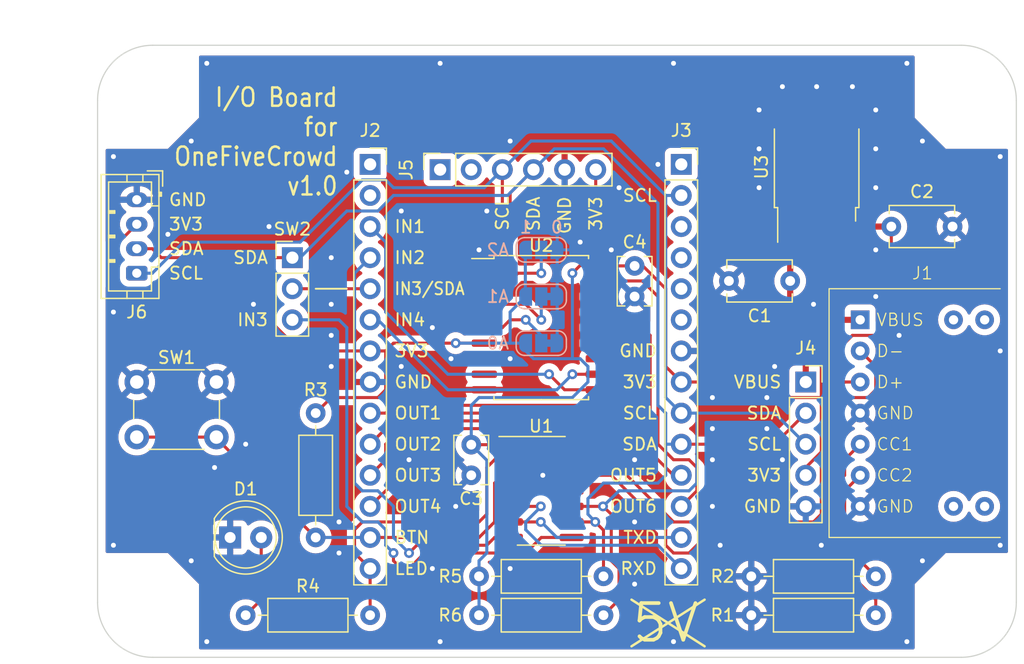
<source format=kicad_pcb>
(kicad_pcb (version 20221018) (generator pcbnew)
  (layers (0 "F.Cu" signal) (31 "B.Cu" signal) (34 "B.Paste" user) (35 "F.Paste" user) (36 "B.SilkS" user "B.Silkscreen") (37 "F.SilkS" user "F.Silkscreen") (38 "B.Mask" user) (39 "F.Mask" user) (44 "Edge.Cuts" user))
  (net 0 "")
  (net 1 "/VBUS")
  (net 2 "GND")
  (net 3 "+3V3")
  (net 4 "Net-(D1-A)")
  (net 5 "Net-(J1-D-)")
  (net 6 "Net-(J1-D+)")
  (net 7 "Net-(J1-CC1)")
  (net 8 "Net-(J1-CC2)")
  (net 11 "/IN1")
  (net 12 "/IN2")
  (net 13 "Net-(J2-Pin_5)")
  (net 14 "/IN4")
  (net 15 "/OUT1")
  (net 16 "/OUT2")
  (net 17 "/OUT3")
  (net 18 "/OUT4")
  (net 19 "/BTN")
  (net 20 "/LED")
  (net 22 "/SCL")
  (net 27 "/SDA")
  (net 28 "/OUT5")
  (net 29 "/OUT6")
  (net 30 "/TX")
  (net 31 "/RX")
  (net 34 "/IN3")
  (net 37 "/A0")
  (net 38 "/A1")
  (net 39 "/A2")
  (footprint "Capacitor_THT:C_Disc_D5.1mm_W3.2mm_P5.00mm" (layer "F.Cu") (at 169.545 48.26)
    (fp_text reference "C2")
    (fp_text value "2.2u")
  )
  (footprint "Button_Switch_THT:SW_PUSH_6mm_H5mm" (layer "F.Cu") (at 107.95 60.96)
    (fp_text reference "SW1")
    (fp_text value "SW_Push")
  )
  (footprint "Package_SO:SOIC-18W_7.5x11.6mm_P1.27mm" (layer "F.Cu") (at 140.97 56.515)
    (fp_text reference "U2")
    (fp_text value "MCP23008-xSO")
  )
  (footprint "Connector_PinSocket_2.54mm:PinSocket_1x06_P2.54mm_Vertical" (layer "F.Cu") (at 132.715 43.61 90)
    (fp_text reference "J5")
    (fp_text value "Conn_01x06")
  )
  (footprint "Connector_PinHeader_2.54mm:PinHeader_1x03_P2.54mm_Vertical" (layer "F.Cu") (at 120.65 50.8)
    (fp_text reference "SW2")
    (fp_text value "SW_SPDT")
  )
  (footprint "Connector_PinSocket_2.54mm:PinSocket_1x14_P2.54mm_Vertical" (layer "F.Cu") (at 152.4 43.18)
    (fp_text reference "J3")
    (fp_text value "Conn_01x14")
  )
  (footprint "Resistor_THT:R_Axial_DIN0207_L6.3mm_D2.5mm_P10.16mm_Horizontal" (layer "F.Cu") (at 135.89 80.01)
    (fp_text reference "R6")
    (fp_text value "10k")
  )
  (footprint "Package_SO:SOIC-14_3.9x8.7mm_P1.27mm" (layer "F.Cu") (at 140.97 69.85)
    (fp_text reference "U1")
    (fp_text value "MCP2221AxSL")
  )
  (footprint "MountingHole:MountingHole_3.2mm_M3" (layer "F.Cu") (at 109.25 78.95)
    (fp_text reference "H2" hide)
    (fp_text value "MountingHole")
  )
  (footprint "Resistor_THT:R_Axial_DIN0207_L6.3mm_D2.5mm_P10.16mm_Horizontal" (layer "F.Cu") (at 168.275 76.835 180)
    (fp_text reference "R2")
    (fp_text value "5.1k")
  )
  (footprint "Connector_JST:JST_PH_B4B-PH-K_1x04_P2.00mm_Vertical" (layer "F.Cu") (at 107.95 46.07 -90)
    (fp_text reference "J6")
    (fp_text value "Conn_01x04")
  )
  (footprint "Connector_PinSocket_2.54mm:PinSocket_1x05_P2.54mm_Vertical" (layer "F.Cu") (at 162.56 60.96)
    (fp_text reference "J4")
    (fp_text value "Conn_01x05")
  )
  (footprint "LED_THT:LED_D5.0mm" (layer "F.Cu") (at 115.57 73.66)
    (fp_text reference "D1")
    (fp_text value "LED")
  )
  (footprint "Resistor_THT:R_Axial_DIN0207_L6.3mm_D2.5mm_P10.16mm_Horizontal" (layer "F.Cu") (at 122.555 63.5 -90)
    (fp_text reference "R3")
    (fp_text value "1M")
  )
  (footprint "Resistor_THT:R_Axial_DIN0207_L6.3mm_D2.5mm_P10.16mm_Horizontal" (layer "F.Cu") (at 127 80.01 180)
    (fp_text reference "R4")
    (fp_text value "R_LED")
  )
  (footprint "MountingHole:MountingHole_3.2mm_M3" (layer "F.Cu") (at 175.25 78.95)
    (fp_text reference "H4" hide)
    (fp_text value "MountingHole")
  )
  (footprint "Package_TO_SOT_SMD:TO-252-2" (layer "F.Cu") (at 163.45 43.4 90)
    (fp_text reference "U3")
    (fp_text value "NJM2845DL1-33")
  )
  (footprint "MountingHole:MountingHole_3.2mm_M3" (layer "F.Cu") (at 109.25 37.95)
    (fp_text reference "H1" hide)
    (fp_text value "MountingHole")
  )
  (footprint "Resistor_THT:R_Axial_DIN0207_L6.3mm_D2.5mm_P10.16mm_Horizontal" (layer "F.Cu") (at 168.275 80.01 180)
    (fp_text reference "R1")
    (fp_text value "5.1k")
  )
  (footprint "Capacitor_THT:C_Disc_D3.8mm_W2.6mm_P2.50mm" (layer "F.Cu") (at 148.59 51.475 -90)
    (fp_text reference "C4")
    (fp_text value "0.1u")
  )
  (footprint "Capacitor_THT:C_Disc_D5.1mm_W3.2mm_P5.00mm" (layer "F.Cu") (at 161.29 52.705 180)
    (fp_text reference "C1")
    (fp_text value "0.33u")
  )
  (footprint "Capacitor_THT:C_Disc_D3.8mm_W2.6mm_P2.50mm" (layer "F.Cu") (at 135.255 66.08 -90)
    (fp_text reference "C3")
    (fp_text value "0.1u")
  )
  (footprint "Connector_PinSocket_2.54mm:PinSocket_1x14_P2.54mm_Vertical" (layer "F.Cu") (at 127 43.18)
    (fp_text reference "J2")
    (fp_text value "Conn_01x14")
  )
  (footprint "library:AE-USB2.0-TYPE-C" (layer "F.Cu") (at 172.085 63.5)
    (fp_text reference "J1")
    (fp_text value "~")
  )
  (footprint "Resistor_THT:R_Axial_DIN0207_L6.3mm_D2.5mm_P10.16mm_Horizontal" (layer "F.Cu") (at 135.89 76.835)
    (fp_text reference "R5")
    (fp_text value "10k")
  )
  (footprint "MountingHole:MountingHole_3.2mm_M3" (layer "F.Cu") (at 175.25 37.95)
    (fp_text reference "H3" hide)
    (fp_text value "MountingHole")
  )
  (footprint "Jumper:SolderJumper-3_P1.3mm_Bridged12_RoundedPad1.0x1.5mm_NumberLabels" (layer "B.Cu") (at 140.97 53.975 180)
    (fp_text reference "JP2" hide)
    (fp_text value "SolderJumper_3_Bridged12")
  )
  (footprint "Jumper:SolderJumper-3_P1.3mm_Bridged12_RoundedPad1.0x1.5mm_NumberLabels" (layer "B.Cu") (at 140.97 57.785 180)
    (fp_text reference "JP1" hide)
    (fp_text value "SolderJumper_3_Bridged12")
  )
  (footprint "Jumper:SolderJumper-3_P1.3mm_Bridged12_RoundedPad1.0x1.5mm_NumberLabels" (layer "B.Cu") (at 140.97 50.165 180)
    (fp_text reference "JP3" hide)
    (fp_text value "SolderJumper_3_Bridged12")
  )
  (gr_line (start 154.305 78.74) (end 148.336 82.55) (stroke (width 0.2)) (layer "F.SilkS"))
  (gr_line (start 148.336 78.74) (end 154.305 82.55) (stroke (width 0.2)) (layer "F.SilkS"))
  (gr_line (start 122.555 53.34) (end 125.095 53.34) (stroke (width 0.15)) (layer "F.SilkS"))
  (gr_arc (start 109.25 83.45) (mid 106.068019 82.131981) (end 104.75 78.95) (stroke (width 0.1)) (layer "Edge.Cuts"))
  (gr_line (start 109.25 33.45) (end 175.25 33.45) (stroke (width 0.1)) (layer "Edge.Cuts"))
  (gr_line (start 179.75 37.95) (end 179.75 78.95) (stroke (width 0.1)) (layer "Edge.Cuts"))
  (gr_line (start 104.75 78.95) (end 104.75 37.95) (stroke (width 0.1)) (layer "Edge.Cuts"))
  (gr_arc (start 179.75 78.95) (mid 178.431981 82.131981) (end 175.25 83.45) (stroke (width 0.1)) (layer "Edge.Cuts"))
  (gr_arc (start 175.25 33.450001) (mid 178.43198 34.76802) (end 179.75 37.95) (stroke (width 0.1)) (layer "Edge.Cuts"))
  (gr_line (start 175.25 83.45) (end 109.25 83.45) (stroke (width 0.1)) (layer "Edge.Cuts"))
  (gr_arc (start 104.75 37.95) (mid 106.068019 34.768019) (end 109.25 33.45) (stroke (width 0.1)) (layer "Edge.Cuts"))
  (gr_text "A0" (at 138.43 57.785) (layer "B.SilkS") (effects (font (size 1 1)) (justify left mirror)))
  (gr_text "A1" (at 138.43 53.975) (layer "B.SilkS") (effects (font (size 1 1)) (justify left mirror)))
  (gr_text "1" (at 139.7 48.895) (layer "B.SilkS") (effects (font (size 1 1)) (justify bottom mirror)))
  (gr_text "0" (at 142.24 48.895) (layer "B.SilkS") (effects (font (size 1 1)) (justify bottom mirror)))
  (gr_text "A2" (at 138.43 50.165) (layer "B.SilkS") (effects (font (size 1 1)) (justify left mirror)))
  (gr_text "3V3" (at 128.905 58.42) (layer "F.SilkS") (effects (font (size 1 1)) (justify left)))
  (gr_text "OUT4" (at 128.905 71.12) (layer "F.SilkS") (effects (font (size 1 1)) (justify left)))
  (gr_text "5V" (at 151.13 80.645) (layer "F.SilkS") (effects (font (size 3 3) (thickness 0.3))))
  (gr_text "IN3" (at 118.745 55.88) (layer "F.SilkS") (effects (font (size 1 1)) (justify right)))
  (gr_text "OUT3" (at 128.905 68.58) (layer "F.SilkS") (effects (font (size 1 1)) (justify left)))
  (gr_text "3V3" (at 145.415 45.72 90) (layer "F.SilkS") (effects (font (size 1 1)) (justify right)))
  (gr_text "3V3" (at 150.495 60.96) (layer "F.SilkS") (effects (font (size 1 1)) (justify right)))
  (gr_text "IN3/SDA" (at 128.905 53.34) (layer "F.SilkS") (effects (font (size 1 0.9)) (justify left)))
  (gr_text "GND" (at 110.49 46.07) (layer "F.SilkS") (effects (font (size 1 1)) (justify left)))
  (gr_text "SCL" (at 150.495 63.5) (layer "F.SilkS") (effects (font (size 1 1)) (justify right)))
  (gr_text "LED" (at 128.905 76.2) (layer "F.SilkS") (effects (font (size 1 1)) (justify left)))
  (gr_text "GND" (at 160.655 71.12) (layer "F.SilkS") (effects (font (size 1 1)) (justify right)))
  (gr_text "OUT5" (at 150.495 68.58) (layer "F.SilkS") (effects (font (size 1 1)) (justify right)))
  (gr_text "TXD" (at 150.495 73.66) (layer "F.SilkS") (effects (font (size 1 1)) (justify right)))
  (gr_text "SDA" (at 118.745 50.8) (layer "F.SilkS") (effects (font (size 1 1)) (justify right)))
  (gr_text "VBUS" (at 160.655 60.96) (layer "F.SilkS") (effects (font (size 1 1)) (justify right)))
  (gr_text "SCL" (at 160.655 66.04) (layer "F.SilkS") (effects (font (size 1 1)) (justify right)))
  (gr_text "SCL" (at 150.495 45.72) (layer "F.SilkS") (effects (font (size 1 1)) (justify right)))
  (gr_text "SDA" (at 140.335 45.72 90) (layer "F.SilkS") (effects (font (size 1 1)) (justify right)))
  (gr_text "I/O Board\nfor\nOneFiveCrowd\nv1.0" (at 124.46 36.83) (layer "F.SilkS") (effects (font (size 1.5 1.3) (thickness 0.2)) (justify right top)))
  (gr_text "SCL" (at 137.795 45.72 90) (layer "F.SilkS") (effects (font (size 1 1)) (justify right)))
  (gr_text "IN1" (at 128.905 48.26) (layer "F.SilkS") (effects (font (size 1 1)) (justify left)))
  (gr_text "SDA" (at 150.495 66.04) (layer "F.SilkS") (effects (font (size 1 1)) (justify right)))
  (gr_text "GND" (at 150.495 58.42) (layer "F.SilkS") (effects (font (size 1 1)) (justify right)))
  (gr_text "OUT2" (at 128.905 66.04) (layer "F.SilkS") (effects (font (size 1 1)) (justify left)))
  (gr_text "RXD" (at 150.495 76.2) (layer "F.SilkS") (effects (font (size 1 1)) (justify right)))
  (gr_text "OUT1" (at 128.905 63.5) (layer "F.SilkS") (effects (font (size 1 1)) (justify left)))
  (gr_text "GND" (at 142.875 45.72 90) (layer "F.SilkS") (effects (font (size 1 1)) (justify right)))
  (gr_text "SDA" (at 160.655 63.5) (layer "F.SilkS") (effects (font (size 1 1)) (justify right)))
  (gr_text "BTN" (at 128.905 73.66) (layer "F.SilkS") (effects (font (size 1 1)) (justify left)))
  (gr_text "IN4" (at 128.905 55.88) (layer "F.SilkS") (effects (font (size 1 1)) (justify left)))
  (gr_text "3V3" (at 160.655 68.58) (layer "F.SilkS") (effects (font (size 1 1)) (justify right)))
  (gr_text "IN2" (at 128.905 50.8) (layer "F.SilkS") (effects (font (size 1 1)) (justify left)))
  (gr_text "3V3" (at 110.49 48.07) (layer "F.SilkS") (effects (font (size 1 1)) (justify left)))
  (gr_text "GND" (at 128.905 60.96) (layer "F.SilkS") (effects (font (size 1 1)) (justify left)))
  (gr_text "OUT6" (at 150.495 71.12) (layer "F.SilkS") (effects (font (size 1 1)) (justify right)))
  (gr_text "SDA" (at 110.49 50.07) (layer "F.SilkS") (effects (font (size 1 1)) (justify left)))
  (gr_text "SCL" (at 110.49 52.07) (layer "F.SilkS") (effects (font (size 1 1)) (justify left)))
  (segment (start 162.56 55.88) (end 162.56 60.96) (width 0.5) (layer "F.Cu") (net 1))
  (segment (start 167.005 55.88) (end 162.56 55.88) (width 0.5) (layer "F.Cu") (net 1))
  (segment (start 162.56 55.88) (end 161.29 54.61) (width 0.5) (layer "F.Cu") (net 1))
  (segment (start 161.29 52.705) (end 161.29 48.56) (width 0.5) (layer "F.Cu") (net 1))
  (segment (start 161.29 54.61) (end 161.29 52.705) (width 0.5) (layer "F.Cu") (net 1))
  (segment (start 161.29 48.56) (end 161.17 48.44) (width 0.5) (layer "F.Cu") (net 1))
  (via (at 159.385 62.23) (size 0.8) (drill 0.4) (layers "F.Cu" "B.Cu") (net 2))
  (via (at 154.94 67.31) (size 0.8) (drill 0.4) (layers "F.Cu" "B.Cu") (net 2))
  (via (at 106.045 42.545) (size 0.8) (drill 0.4) (layers "F.Cu" "B.Cu") (net 2))
  (via (at 130.175 67.31) (size 0.8) (drill 0.4) (layers "F.Cu" "B.Cu") (net 2))
  (via (at 163.449 36.83) (size 0.8) (drill 0.4) (layers "F.Cu" "B.Cu") (net 2))
  (via (at 133.985 71.12) (size 0.8) (drill 0.4) (layers "F.Cu" "B.Cu") (net 2))
  (via (at 168.275 38.735) (size 0.8) (drill 0.4) (layers "F.Cu" "B.Cu") (net 2))
  (via (at 123.825 59.69) (size 0.8) (drill 0.4) (layers "F.Cu" "B.Cu") (net 2))
  (via (at 113.665 82.169) (size 0.8) (drill 0.4) (layers "F.Cu" "B.Cu") (net 2))
  (via (at 132.08 76.2) (size 0.8) (drill 0.4) (layers "F.Cu" "B.Cu") (net 2))
  (via (at 113.665 34.925) (size 0.8) (drill 0.4) (layers "F.Cu" "B.Cu") (net 2))
  (via (at 114.3 67.945) (size 0.8) (drill 0.4) (layers "F.Cu" "B.Cu") (net 2))
  (via (at 178.435 42.545) (size 0.8) (drill 0.4) (layers "F.Cu" "B.Cu") (net 2))
  (via (at 151.765 82.169) (size 0.8) (drill 0.4) (layers "F.Cu" "B.Cu") (net 2))
  (via (at 178.435 74.295) (size 0.8) (drill 0.4) (layers "F.Cu" "B.Cu") (net 2))
  (via (at 172.085 41.275) (size 0.8) (drill 0.4) (layers "F.Cu" "B.Cu") (net 2))
  (via (at 170.18 57.15) (size 0.8) (drill 0.4) (layers "F.Cu" "B.Cu") (net 2))
  (via (at 154.94 62.23) (size 0.8) (drill 0.4) (layers "F.Cu" "B.Cu") (net 2))
  (via (at 132.715 82.169) (size 0.8) (drill 0.4) (layers "F.Cu" "B.Cu") (net 2))
  (via (at 123.825 57.15) (size 0.8) (drill 0.4) (layers "F.Cu" "B.Cu") (net 2))
  (via (at 160.655 36.83) (size 0.8) (drill 0.4) (layers "F.Cu" "B.Cu") (net 2))
  (via (at 144.145 49.53) (size 0.8) (drill 0.4) (layers "F.Cu" "B.Cu") (net 2))
  (via (at 168.275 41.91) (size 0.8) (drill 0.4) (layers "F.Cu" "B.Cu") (net 2))
  (via (at 138.43 41.275) (size 0.8) (drill 0.4) (layers "F.Cu" "B.Cu") (net 2))
  (via (at 124.46 74.93) (size 0.8) (drill 0.4) (layers "F.Cu" "B.Cu") (net 2))
  (via (at 106.045 74.295) (size 0.8) (drill 0.4) (layers "F.Cu" "B.Cu") (net 2))
  (via (at 148.59 77.47) (size 0.8) (drill 0.4) (layers "F.Cu" "B.Cu") (net 2))
  (via (at 138.43 76.2) (size 0.8) (drill 0.4) (layers "F.Cu" "B.Cu") (net 2))
  (via (at 125.095 43.815) (size 0.8) (drill 0.4) (layers "F.Cu" "B.Cu") (net 2))
  (via (at 146.685 50.165) (size 0.8) (drill 0.4) (layers "F.Cu" "B.Cu") (net 2))
  (via (at 168.275 45.085) (size 0.8) (drill 0.4) (layers "F.Cu" "B.Cu") (net 2))
  (via (at 112.395 41.275) (size 0.8) (drill 0.4) (layers "F.Cu" "B.Cu") (net 2))
  (via (at 133.604 59.055) (size 0.8) (drill 0.4) (layers "F.Cu" "B.Cu") (net 2))
  (via (at 106.045 55.245) (size 0.8) (drill 0.4) (layers "F.Cu" "B.Cu") (net 2))
  (via (at 155.575 74.295) (size 0.8) (drill 0.4) (layers "F.Cu" "B.Cu") (net 2))
  (via (at 136.525 46.99) (size 0.8) (drill 0.4) (layers "F.Cu" "B.Cu") (net 2))
  (via (at 178.435 58.42) (size 0.8) (drill 0.4) (layers "F.Cu" "B.Cu") (net 2))
  (via (at 112.395 75.565) (size 0.8) (drill 0.4) (layers "F.Cu" "B.Cu") (net 2))
  (via (at 170.815 34.925) (size 0.8) (drill 0.4) (layers "F.Cu" "B.Cu") (net 2))
  (via (at 117.475 54.61) (size 0.8) (drill 0.4) (layers "F.Cu" "B.Cu") (net 2))
  (via (at 158.75 38.735) (size 0.8) (drill 0.4) (layers "F.Cu" "B.Cu") (net 2))
  (via (at 150.495 43.18) (size 0.8) (drill 0.4) (layers "F.Cu" "B.Cu") (net 2))
  (via (at 138.43 59.055) (size 0.8) (drill 0.4) (layers "F.Cu" "B.Cu") (net 2))
  (via (at 172.085 75.565) (size 0.8) (drill 0.4) (layers "F.Cu" "B.Cu") (net 2))
  (via (at 168.275 50.165) (size 0.8) (drill 0.4) (layers "F.Cu" "B.Cu") (net 2))
  (via (at 148.59 67.31) (size 0.8) (drill 0.4) (layers "F.Cu" "B.Cu") (net 2))
  (via (at 129.54 59.69) (size 0.8) (drill 0.4) (layers "F.Cu" "B.Cu") (net 2))
  (via (at 132.715 34.925) (size 0.8) (drill 0.4) (layers "F.Cu" "B.Cu") (net 2))
  (via (at 110.49 48.895) (size 0.8) (drill 0.4) (layers "F.Cu" "B.Cu") (net 2))
  (via (at 123.825 54.61) (size 0.8) (drill 0.4) (layers "F.Cu" "B.Cu") (net 2))
  (via (at 154.94 64.77) (size 0.8) (drill 0.4) (layers "F.Cu" "B.Cu") (net 2))
  (via (at 166.37 36.83) (size 0.8) (drill 0.4) (layers "F.Cu" "B.Cu") (net 2))
  (via (at 170.815 82.169) (size 0.8) (drill 0.4) (layers "F.Cu" "B.Cu") (net 2))
  (via (at 129.54 46.99) (size 0.8) (drill 0.4) (layers "F.Cu" "B.Cu") (net 2))
  (via (at 163.83 74.295) (size 0.8) (drill 0.4) (layers "F.Cu" "B.Cu") (net 2))
  (via (at 147.32 45.085) (size 0.8) (drill 0.4) (layers "F.Cu" "B.Cu") (net 2))
  (via (at 116.84 66.04) (size 0.8) (drill 0.4) (layers "F.Cu" "B.Cu") (net 2))
  (via (at 163.195 54.61) (size 0.8) (drill 0.4) (layers "F.Cu" "B.Cu") (net 2))
  (via (at 160.655 67.31) (size 0.8) (drill 0.4) (layers "F.Cu" "B.Cu") (net 2))
  (via (at 124.46 72.39) (size 0.8) (drill 0.4) (layers "F.Cu" "B.Cu") (net 2))
  (via (at 159.385 64.77) (size 0.8) (drill 0.4) (layers "F.Cu" "B.Cu") (net 2))
  (via (at 123.825 50.8) (size 0.8) (drill 0.4) (layers "F.Cu" "B.Cu") (net 2))
  (via (at 160.02 59.69) (size 0.8) (drill 0.4) (layers "F.Cu" "B.Cu") (net 2))
  (via (at 141.097 68.58) (size 0.8) (drill 0.4) (layers "F.Cu" "B.Cu") (net 2))
  (via (at 158.75 41.91) (size 0.8) (drill 0.4) (layers "F.Cu" "B.Cu") (net 2))
  (via (at 148.59 72.39) (size 0.8) (drill 0.4) (layers "F.Cu" "B.Cu") (net 2))
  (via (at 168.275 53.975) (size 0.8) (drill 0.4) (layers "F.Cu" "B.Cu") (net 2))
  (via (at 135.89 50.165) (size 0.8) (drill 0.4) (layers "F.Cu" "B.Cu") (net 2))
  (via (at 158.75 45.085) (size 0.8) (drill 0.4) (layers "F.Cu" "B.Cu") (net 2))
  (via (at 132.08 56.515) (size 0.8) (drill 0.4) (layers "F.Cu" "B.Cu") (net 2))
  (via (at 118.745 48.26) (size 0.8) (drill 0.4) (layers "F.Cu" "B.Cu") (net 2))
  (via (at 151.765 34.925) (size 0.8) (drill 0.4) (layers "F.Cu" "B.Cu") (net 2))
  (via (at 154.94 71.12) (size 0.8) (drill 0.4) (layers "F.Cu" "B.Cu") (net 2))
  (segment (start 142.27 50.165) (end 142.27 48.26) (width 0.25) (layer "B.Cu") (net 2))
  (segment (start 142.27 53.975) (end 142.27 50.165) (width 0.25) (layer "B.Cu") (net 2))
  (segment (start 142.27 57.785) (end 142.27 53.975) (width 0.25) (layer "B.Cu") (net 2))
  (segment (start 142.27 50.165) (end 143.51 50.165) (width 0.25) (layer "B.Cu") (net 2))
  (segment (start 139.954 69.85) (end 143.445 69.85) (width 0.25) (layer "F.Cu") (net 3))
  (segment (start 145.66 51.475) (end 148.59 51.475) (width 0.25) (layer "F.Cu") (net 3))
  (segment (start 151.13 59.69) (end 151.13 53.34) (width 0.25) (layer "F.Cu") (net 3))
  (segment (start 169.545 48.26) (end 165.91 48.26) (width 0.5) (layer "F.Cu") (net 3))
  (segment (start 144.145 51.435) (end 143.51 52.07) (width 0.25) (layer "F.Cu") (net 3))
  (segment (start 106.045 49.975) (end 107.95 48.07) (width 0.25) (layer "F.Cu") (net 3))
  (segment (start 162.56 67.945) (end 162.56 68.58) (width 0.25) (layer "F.Cu") (net 3))
  (segment (start 163.83 62.23) (end 163.83 59.69) (width 0.25) (layer "F.Cu") (net 3))
  (segment (start 168.275 57.15) (end 169.545 55.88) (width 0.25) (layer "F.Cu") (net 3))
  (segment (start 128.27 58.42) (end 127 58.42) (width 0.25) (layer "F.Cu") (net 3))
  (segment (start 163.83 62.23) (end 163.83 66.675) (width 0.25) (layer "F.Cu") (net 3))
  (segment (start 163.83 59.69) (end 166.37 57.15) (width 0.25) (layer "F.Cu") (net 3))
  (segment (start 128.27 58.42) (end 128.27 61.595) (width 0.25) (layer "F.Cu") (net 3))
  (segment (start 149.265 51.475) (end 148.59 51.475) (width 0.25) (layer "F.Cu") (net 3))
  (segment (start 160.02 60.96) (end 161.29 62.23) (width 0.25) (layer "F.Cu") (net 3))
  (segment (start 128.27 61.595) (end 127.635 62.23) (width 0.25) (layer "F.Cu") (net 3))
  (segment (start 136.32 57.785) (end 133.985 57.785) (width 0.25) (layer "F.Cu") (net 3))
  (segment (start 133.985 57.785) (end 128.905 57.785) (width 0.25) (layer "F.Cu") (net 3))
  (segment (start 121.285 58.42) (end 118.745 55.88) (width 0.25) (layer "F.Cu") (net 3))
  (segment (start 145.62 51.435) (end 144.145 51.435) (width 0.25) (layer "F.Cu") (net 3))
  (segment (start 127 58.42) (end 121.285 58.42) (width 0.25) (layer "F.Cu") (net 3))
  (segment (start 145.62 51.435) (end 145.66 51.475) (width 0.25) (layer "F.Cu") (net 3))
  (segment (start 145.415 51.23) (end 145.62 51.435) (width 0.25) (layer "F.Cu") (net 3))
  (segment (start 138.495 69.85) (end 139.954 69.85) (width 0.25) (layer "F.Cu") (net 3))
  (segment (start 118.745 55.88) (end 118.745 53.975) (width 0.25) (layer "F.Cu") (net 3))
  (segment (start 123.825 62.23) (end 122.555 63.5) (width 0.25) (layer "F.Cu") (net 3))
  (segment (start 169.545 55.88) (end 169.545 48.26) (width 0.25) (layer "F.Cu") (net 3))
  (segment (start 106.045 52.705) (end 106.045 49.975) (width 0.25) (layer "F.Cu") (net 3))
  (segment (start 152.4 60.96) (end 160.02 60.96) (width 0.25) (layer "F.Cu") (net 3))
  (segment (start 151.13 53.34) (end 149.265 51.475) (width 0.25) (layer "F.Cu") (net 3))
  (segment (start 139.954 69.85) (end 139.954 66.802) (width 0.25) (layer "F.Cu") (net 3))
  (segment (start 152.4 60.96) (end 151.13 59.69) (width 0.25) (layer "F.Cu") (net 3))
  (segment (start 135.255 66.08) (end 138.455 66.08) (width 0.25) (layer "F.Cu") (net 3))
  (segment (start 106.68 53.34) (end 106.045 52.705) (width 0.25) (layer "F.Cu") (net 3))
  (segment (start 145.415 43.61) (end 145.415 51.23) (width 0.25) (layer "F.Cu") (net 3))
  (segment (start 139.954 66.802) (end 139.192 66.04) (width 0.25) (layer "F.Cu") (net 3))
  (segment (start 118.11 53.34) (end 106.68 53.34) (width 0.25) (layer "F.Cu") (net 3))
  (segment (start 163.83 66.675) (end 162.56 67.945) (width 0.25) (layer "F.Cu") (net 3))
  (segment (start 166.37 57.15) (end 168.275 57.15) (width 0.25) (layer "F.Cu") (net 3))
  (segment (start 165.91 48.26) (end 165.73 48.44) (width 0.5) (layer "F.Cu") (net 3))
  (segment (start 118.745 53.975) (end 118.11 53.34) (width 0.25) (layer "F.Cu") (net 3))
  (segment (start 127.635 62.23) (end 123.825 62.23) (width 0.25) (layer "F.Cu") (net 3))
  (segment (start 139.192 66.04) (end 138.495 66.04) (width 0.25) (layer "F.Cu") (net 3))
  (segment (start 161.29 62.23) (end 163.83 62.23) (width 0.25) (layer "F.Cu") (net 3))
  (segment (start 128.905 57.785) (end 128.27 58.42) (width 0.25) (layer "F.Cu") (net 3))
  (via (at 143.51 52.07) (size 0.8) (drill 0.4) (layers "F.Cu" "B.Cu") (net 3))
  (via (at 133.985 57.785) (size 0.8) (drill 0.4) (layers "F.Cu" "B.Cu") (net 3))
  (segment (start 136.525 74.93) (end 135.89 75.565) (width 0.25) (layer "B.Cu") (net 3))
  (segment (start 144.78 60.96) (end 143.51 62.23) (width 0.25) (layer "B.Cu") (net 3))
  (segment (start 139.67 57.785) (end 139.67 58.39) (width 0.25) (layer "B.Cu") (net 3))
  (segment (start 133.985 57.785) (end 138.43 57.785) (width 0.25) (layer "B.Cu") (net 3))
  (segment (start 144.145 59.055) (end 144.78 59.69) (width 0.25) (layer "B.Cu") (net 3))
  (segment (start 139.67 58.39) (end 140.335 59.055) (width 0.25) (layer "B.Cu") (net 3))
  (segment (start 139.67 54.005) (end 138.43 55.245) (width 0.25) (layer "B.Cu") (net 3))
  (segment (start 139.67 50.165) (end 139.67 53.975) (width 0.25) (layer "B.Cu") (net 3))
  (segment (start 135.255 62.865) (end 135.255 66.08) (width 0.25) (layer "B.Cu") (net 3))
  (segment (start 143.51 62.23) (end 135.89 62.23) (width 0.25) (layer "B.Cu") (net 3))
  (segment (start 140.335 59.055) (end 143.51 59.055) (width 0.25) (layer "B.Cu") (net 3))
  (segment (start 143.51 59.055) (end 144.145 59.055) (width 0.25) (layer "B.Cu") (net 3))
  (segment (start 138.43 57.785) (end 139.67 57.785) (width 0.25) (layer "B.Cu") (net 3))
  (segment (start 139.67 53.975) (end 139.67 54.005) (width 0.25) (layer "B.Cu") (net 3))
  (segment (start 135.255 66.08) (end 136.525 67.35) (width 0.25) (layer "B.Cu") (net 3))
  (segment (start 144.78 59.69) (end 144.78 60.96) (width 0.25) (layer "B.Cu") (net 3))
  (segment (start 135.89 75.565) (end 135.89 76.835) (width 0.25) (layer "B.Cu") (net 3))
  (segment (start 136.525 67.35) (end 136.525 74.93) (width 0.25) (layer "B.Cu") (net 3))
  (segment (start 135.89 62.23) (end 135.255 62.865) (width 0.25) (layer "B.Cu") (net 3))
  (segment (start 135.89 76.835) (end 135.89 80.01) (width 0.25) (layer "B.Cu") (net 3))
  (segment (start 143.51 59.055) (end 143.51 52.07) (width 0.25) (layer "B.Cu") (net 3))
  (segment (start 138.43 55.245) (end 138.43 57.785) (width 0.25) (layer "B.Cu") (net 3))
  (segment (start 118.11 78.74) (end 116.84 80.01) (width 0.25) (layer "F.Cu") (net 4))
  (segment (start 118.11 73.66) (end 118.11 78.74) (width 0.25) (layer "F.Cu") (net 4))
  (segment (start 165.1 63.5) (end 166.37 62.23) (width 0.25) (layer "F.Cu") (net 5))
  (segment (start 151.13 73.025) (end 151.13 74.295) (width 0.25) (layer "F.Cu") (net 5))
  (segment (start 154.94 73.025) (end 163.83 73.025) (width 0.25) (layer "F.Cu") (net 5))
  (segment (start 143.445 68.58) (end 146.685 68.58) (width 0.25) (layer "F.Cu") (net 5))
  (segment (start 153.035 74.93) (end 154.94 73.025) (width 0.25) (layer "F.Cu") (net 5))
  (segment (start 164.465 68.58) (end 165.1 67.945) (width 0.25) (layer "F.Cu") (net 5))
  (segment (start 146.685 68.58) (end 151.13 73.025) (width 0.25) (layer "F.Cu") (net 5))
  (segment (start 164.465 72.39) (end 164.465 68.58) (width 0.25) (layer "F.Cu") (net 5))
  (segment (start 151.13 74.295) (end 151.765 74.93) (width 0.25) (layer "F.Cu") (net 5))
  (segment (start 163.83 73.025) (end 164.465 72.39) (width 0.25) (layer "F.Cu") (net 5))
  (segment (start 151.765 74.93) (end 153.035 74.93) (width 0.25) (layer "F.Cu") (net 5))
  (segment (start 168.275 61.595) (end 168.275 59.69) (width 0.25) (layer "F.Cu") (net 5))
  (segment (start 166.37 62.23) (end 167.64 62.23) (width 0.25) (layer "F.Cu") (net 5))
  (segment (start 165.1 67.945) (end 165.1 63.5) (width 0.25) (layer "F.Cu") (net 5))
  (segment (start 167.64 62.23) (end 168.275 61.595) (width 0.25) (layer "F.Cu") (net 5))
  (segment (start 168.275 59.69) (end 167.005 58.42) (width 0.25) (layer "F.Cu") (net 5))
  (segment (start 164.465 62.23) (end 165.735 60.96) (width 0.25) (layer "F.Cu") (net 6))
  (segment (start 163.83 71.755) (end 163.83 67.945) (width 0.25) (layer "F.Cu") (net 6))
  (segment (start 143.445 67.31) (end 146.685 67.31) (width 0.25) (layer "F.Cu") (net 6))
  (segment (start 164.465 67.31) (end 164.465 62.23) (width 0.25) (layer "F.Cu") (net 6))
  (segment (start 163.83 67.945) (end 164.465 67.31) (width 0.25) (layer "F.Cu") (net 6))
  (segment (start 163.195 72.39) (end 163.83 71.755) (width 0.25) (layer "F.Cu") (net 6))
  (segment (start 146.685 67.31) (end 151.765 72.39) (width 0.25) (layer "F.Cu") (net 6))
  (segment (start 151.765 72.39) (end 163.195 72.39) (width 0.25) (layer "F.Cu") (net 6))
  (segment (start 165.735 60.96) (end 167.005 60.96) (width 0.25) (layer "F.Cu") (net 6))
  (segment (start 168.275 80.01) (end 168.275 78.74) (width 0.25) (layer "F.Cu") (net 7))
  (segment (start 165.1 69.215) (end 165.735 68.58) (width 0.25) (layer "F.Cu") (net 7))
  (segment (start 165.735 68.58) (end 165.735 67.31) (width 0.25) (layer "F.Cu") (net 7))
  (segment (start 165.735 67.31) (end 167.005 66.04) (width 0.25) (layer "F.Cu") (net 7))
  (segment (start 165.1 75.565) (end 165.1 69.215) (width 0.25) (layer "F.Cu") (net 7))
  (segment (start 168.275 78.74) (end 165.1 75.565) (width 0.25) (layer "F.Cu") (net 7))
  (segment (start 168.275 76.835) (end 165.735 74.295) (width 0.25) (layer "F.Cu") (net 8))
  (segment (start 165.735 74.295) (end 165.735 69.85) (width 0.25) (layer "F.Cu") (net 8))
  (segment (start 165.735 69.85) (end 167.005 68.58) (width 0.25) (layer "F.Cu") (net 8))
  (segment (start 141.605 60.325) (end 142.875 61.595) (width 0.25) (layer "F.Cu") (net 11))
  (segment (start 145.62 61.595) (end 142.875 61.595) (width 0.25) (layer "F.Cu") (net 11))
  (via (at 141.605 60.325) (size 0.8) (drill 0.4) (layers "F.Cu" "B.Cu") (net 11))
  (segment (start 127 48.26) (end 128.27 49.53) (width 0.25) (layer "B.Cu") (net 11))
  (segment (start 128.27 49.53) (end 128.27 55.245) (width 0.25) (layer "B.Cu") (net 11))
  (segment (start 128.27 55.245) (end 133.35 60.325) (width 0.25) (layer "B.Cu") (net 11))
  (segment (start 133.35 60.325) (end 141.605 60.325) (width 0.25) (layer "B.Cu") (net 11))
  (segment (start 130.175 74.93) (end 130.81 74.295) (width 0.25) (layer "F.Cu") (net 12))
  (segment (start 130.81 74.295) (end 136.525 74.295) (width 0.25) (layer "F.Cu") (net 12))
  (segment (start 137.16 73.66) (end 138.495 73.66) (width 0.25) (layer "F.Cu") (net 12))
  (segment (start 136.525 74.295) (end 137.16 73.66) (width 0.25) (layer "F.Cu") (net 12))
  (via (at 130.175 74.93) (size 0.8) (drill 0.4) (layers "F.Cu" "B.Cu") (net 12))
  (segment (start 125.73 69.215) (end 125.73 52.07) (width 0.25) (layer "B.Cu") (net 12))
  (segment (start 128.905 73.66) (end 130.175 74.93) (width 0.25) (layer "B.Cu") (net 12))
  (segment (start 128.905 71.12) (end 128.905 73.66) (width 0.25) (layer "B.Cu") (net 12))
  (segment (start 125.73 52.07) (end 127 50.8) (width 0.25) (layer "B.Cu") (net 12))
  (segment (start 127.635 69.85) (end 128.905 71.12) (width 0.25) (layer "B.Cu") (net 12))
  (segment (start 126.365 69.85) (end 127.635 69.85) (width 0.25) (layer "B.Cu") (net 12))
  (segment (start 125.73 69.215) (end 126.365 69.85) (width 0.25) (layer "B.Cu") (net 12))
  (segment (start 120.65 53.34) (end 127 53.34) (width 0.25) (layer "F.Cu") (net 13))
  (segment (start 145.62 60.325) (end 143.51 60.325) (width 0.25) (layer "F.Cu") (net 14))
  (via (at 143.51 60.325) (size 0.8) (drill 0.4) (layers "F.Cu" "B.Cu") (net 14))
  (segment (start 142.24 61.595) (end 133.35 61.595) (width 0.25) (layer "B.Cu") (net 14))
  (segment (start 133.35 61.595) (end 127.635 55.88) (width 0.25) (layer "B.Cu") (net 14))
  (segment (start 143.51 60.325) (end 142.24 61.595) (width 0.25) (layer "B.Cu") (net 14))
  (segment (start 127.635 55.88) (end 127 55.88) (width 0.25) (layer "B.Cu") (net 14))
  (segment (start 146.685 62.865) (end 147.32 62.23) (width 0.25) (layer "F.Cu") (net 15))
  (segment (start 147.32 59.69) (end 146.685 59.055) (width 0.25) (layer "F.Cu") (net 15))
  (segment (start 147.32 62.23) (end 147.32 59.69) (width 0.25) (layer "F.Cu") (net 15))
  (segment (start 146.685 59.055) (end 145.62 59.055) (width 0.25) (layer "F.Cu") (net 15))
  (segment (start 128.27 63.5) (end 128.905 62.865) (width 0.25) (layer "F.Cu") (net 15))
  (segment (start 128.905 62.865) (end 146.685 62.865) (width 0.25) (layer "F.Cu") (net 15))
  (segment (start 127 63.5) (end 128.27 63.5) (width 0.25) (layer "F.Cu") (net 15))
  (segment (start 147.955 62.865) (end 147.32 63.5) (width 0.25) (layer "F.Cu") (net 16))
  (segment (start 147.955 59.055) (end 146.685 57.785) (width 0.25) (layer "F.Cu") (net 16))
  (segment (start 147.955 59.055) (end 147.955 62.865) (width 0.25) (layer "F.Cu") (net 16))
  (segment (start 129.54 63.5) (end 127 66.04) (width 0.25) (layer "F.Cu") (net 16))
  (segment (start 147.32 63.5) (end 129.54 63.5) (width 0.25) (layer "F.Cu") (net 16))
  (segment (start 146.685 57.785) (end 145.62 57.785) (width 0.25) (layer "F.Cu") (net 16))
  (segment (start 128.27 66.04) (end 128.27 67.31) (width 0.25) (layer "F.Cu") (net 17))
  (segment (start 128.27 67.31) (end 127 68.58) (width 0.25) (layer "F.Cu") (net 17))
  (segment (start 148.59 63.5) (end 147.955 64.135) (width 0.25) (layer "F.Cu") (net 17))
  (segment (start 130.175 64.135) (end 128.27 66.04) (width 0.25) (layer "F.Cu") (net 17))
  (segment (start 147.955 64.135) (end 130.175 64.135) (width 0.25) (layer "F.Cu") (net 17))
  (segment (start 145.62 56.515) (end 146.685 56.515) (width 0.25) (layer "F.Cu") (net 17))
  (segment (start 148.59 58.42) (end 146.685 56.515) (width 0.25) (layer "F.Cu") (net 17))
  (segment (start 148.59 58.42) (end 148.59 63.5) (width 0.25) (layer "F.Cu") (net 17))
  (segment (start 145.62 55.245) (end 146.685 55.245) (width 0.25) (layer "F.Cu") (net 18))
  (segment (start 128.905 69.215) (end 127 71.12) (width 0.25) (layer "F.Cu") (net 18))
  (segment (start 146.685 55.245) (end 149.225 57.785) (width 0.25) (layer "F.Cu") (net 18))
  (segment (start 128.905 66.675) (end 128.905 69.215) (width 0.25) (layer "F.Cu") (net 18))
  (segment (start 130.81 64.77) (end 128.905 66.675) (width 0.25) (layer "F.Cu") (net 18))
  (segment (start 149.225 57.785) (end 149.225 64.135) (width 0.25) (layer "F.Cu") (net 18))
  (segment (start 148.59 64.77) (end 130.81 64.77) (width 0.25) (layer "F.Cu") (net 18))
  (segment (start 149.225 64.135) (end 148.59 64.77) (width 0.25) (layer "F.Cu") (net 18))
  (segment (start 107.95 65.46) (end 114.45 65.46) (width 0.25) (layer "F.Cu") (net 19))
  (segment (start 137.16 69.215) (end 137.16 72.39) (width 0.25) (layer "F.Cu") (net 19))
  (segment (start 137.16 72.39) (end 135.89 73.66) (width 0.25) (layer "F.Cu") (net 19))
  (segment (start 114.45 65.555) (end 114.45 65.46) (width 0.25) (layer "F.Cu") (net 19))
  (segment (start 138.495 68.58) (end 137.795 68.58) (width 0.25) (layer "F.Cu") (net 19))
  (segment (start 122.555 73.66) (end 114.45 65.555) (width 0.25) (layer "F.Cu") (net 19))
  (segment (start 135.89 73.66) (end 127 73.66) (width 0.25) (layer "F.Cu") (net 19))
  (segment (start 137.795 68.58) (end 137.16 69.215) (width 0.25) (layer "F.Cu") (net 19))
  (segment (start 122.555 73.66) (end 127 73.66) (width 0.25) (layer "B.Cu") (net 19))
  (segment (start 138.495 67.31) (end 137.16 67.31) (width 0.25) (layer "F.Cu") (net 20))
  (segment (start 136.525 67.945) (end 136.525 71.755) (width 0.25) (layer "F.Cu") (net 20))
  (segment (start 126.365 72.39) (end 125.73 73.025) (width 0.25) (layer "F.Cu") (net 20))
  (segment (start 135.89 72.39) (end 126.365 72.39) (width 0.25) (layer "F.Cu") (net 20))
  (segment (start 137.16 67.31) (end 136.525 67.945) (width 0.25) (layer "F.Cu") (net 20))
  (segment (start 125.73 73.025) (end 125.73 74.93) (width 0.25) (layer "F.Cu") (net 20))
  (segment (start 125.73 74.93) (end 127 76.2) (width 0.25) (layer "F.Cu") (net 20))
  (segment (start 136.525 71.755) (end 135.89 72.39) (width 0.25) (layer "F.Cu") (net 20))
  (segment (start 127 76.2) (end 127 80.01) (width 0.25) (layer "F.Cu") (net 20))
  (segment (start 146.685 71.755) (end 146.685 75.565) (width 0.25) (layer "F.Cu") (net 22))
  (segment (start 147.32 76.2) (end 147.32 78.74) (width 0.25) (layer "F.Cu") (net 22))
  (segment (start 146.685 75.565) (end 147.32 76.2) (width 0.25) (layer "F.Cu") (net 22))
  (segment (start 137.795 43.61) (end 137.795 50.8) (width 0.25) (layer "F.Cu") (net 22))
  (segment (start 147.32 78.74) (end 146.05 80.01) (width 0.25) (layer "F.Cu") (net 22))
  (segment (start 137.16 51.435) (end 136.32 51.435) (width 0.25) (layer "F.Cu") (net 22))
  (segment (start 146.01 71.12) (end 146.685 71.755) (width 0.25) (layer "F.Cu") (net 22))
  (segment (start 143.445 71.12) (end 146.01 71.12) (width 0.25) (layer "F.Cu") (net 22))
  (segment (start 137.795 50.8) (end 137.16 51.435) (width 0.25) (layer "F.Cu") (net 22))
  (via (at 146.01 71.12) (size 0.8) (drill 0.4) (layers "F.Cu" "B.Cu") (net 22))
  (segment (start 140.13 41.275) (end 137.795 43.61) (width 0.25) (layer "B.Cu") (net 22))
  (segment (start 126.365 44.45) (end 121.285 49.53) (width 0.25) (layer "B.Cu") (net 22))
  (segment (start 153.67 69.215) (end 153.67 63.5) (width 0.25) (layer "B.Cu") (net 22))
  (segment (start 137.795 43.61) (end 136.32 45.085) (width 0.25) (layer "B.Cu") (net 22))
  (segment (start 121.285 49.53) (end 111.76 49.53) (width 0.25) (layer "B.Cu") (net 22))
  (segment (start 153.035 69.85) (end 153.67 69.215) (width 0.25) (layer "B.Cu") (net 22))
  (segment (start 146.01 71.12) (end 147.32 69.85) (width 0.25) (layer "B.Cu") (net 22))
  (segment (start 147.32 69.85) (end 153.035 69.85) (width 0.25) (layer "B.Cu") (net 22))
  (segment (start 128.905 45.085) (end 128.27 44.45) (width 0.25) (layer "B.Cu") (net 22))
  (segment (start 136.32 45.085) (end 128.905 45.085) (width 0.25) (layer "B.Cu") (net 22))
  (segment (start 151.13 45.72) (end 152.4 45.72) (width 0.25) (layer "B.Cu") (net 22))
  (segment (start 153.67 63.5) (end 160.02 63.5) (width 0.25) (layer "B.Cu") (net 22))
  (segment (start 146.685 41.275) (end 140.13 41.275) (width 0.25) (layer "B.Cu") (net 22))
  (segment (start 151.13 62.23) (end 151.13 45.72) (width 0.25) (layer "B.Cu") (net 22))
  (segment (start 152.4 63.5) (end 151.13 62.23) (width 0.25) (layer "B.Cu") (net 22))
  (segment (start 128.27 44.45) (end 126.365 44.45) (width 0.25) (layer "B.Cu") (net 22))
  (segment (start 111.76 49.53) (end 109.22 52.07) (width 0.25) (layer "B.Cu") (net 22))
  (segment (start 109.22 52.07) (end 107.95 52.07) (width 0.25) (layer "B.Cu") (net 22))
  (segment (start 152.4 63.5) (end 153.67 63.5) (width 0.25) (layer "B.Cu") (net 22))
  (segment (start 160.02 63.5) (end 162.56 66.04) (width 0.25) (layer "B.Cu") (net 22))
  (segment (start 151.13 45.72) (end 146.685 41.275) (width 0.25) (layer "B.Cu") (net 22))
  (segment (start 138.43 51.435) (end 137.16 52.705) (width 0.25) (layer "F.Cu") (net 27))
  (segment (start 146.05 76.835) (end 146.05 73.065) (width 0.25) (layer "F.Cu") (net 27))
  (segment (start 120.65 50.8) (end 109.95 50.8) (width 0.25) (layer "F.Cu") (net 27))
  (segment (start 143.445 72.39) (end 145.375 72.39) (width 0.25) (layer "F.Cu") (net 27))
  (segment (start 107.95 50.07) (end 109.22 50.07) (width 0.25) (layer "F.Cu") (net 27))
  (segment (start 146.05 73.065) (end 145.375 72.39) (width 0.25) (layer "F.Cu") (net 27))
  (segment (start 109.95 50.8) (end 109.22 50.07) (width 0.25) (layer "F.Cu") (net 27))
  (segment (start 137.16 52.705) (end 136.32 52.705) (width 0.25) (layer "F.Cu") (net 27))
  (segment (start 140.335 43.61) (end 138.43 45.515) (width 0.25) (layer "F.Cu") (net 27))
  (segment (start 160.02 66.04) (end 162.56 63.5) (width 0.25) (layer "F.Cu") (net 27))
  (segment (start 138.43 45.515) (end 138.43 51.435) (width 0.25) (layer "F.Cu") (net 27))
  (segment (start 152.4 66.04) (end 160.02 66.04) (width 0.25) (layer "F.Cu") (net 27))
  (via (at 145.375 72.39) (size 0.8) (drill 0.4) (layers "F.Cu" "B.Cu") (net 27))
  (segment (start 121.285 50.8) (end 120.65 50.8) (width 0.25) (layer "B.Cu") (net 27))
  (segment (start 127.635 46.99) (end 125.095 46.99) (width 0.25) (layer "B.Cu") (net 27))
  (segment (start 146.05 69.215) (end 144.78 70.485) (width 0.25) (layer "B.Cu") (net 27))
  (segment (start 125.095 46.99) (end 121.285 50.8) (width 0.25) (layer "B.Cu") (net 27))
  (segment (start 151.13 66.04) (end 151.13 68.58) (width 0.25) (layer "B.Cu") (net 27))
  (segment (start 146.05 41.91) (end 142.035 41.91) (width 0.25) (layer "B.Cu") (net 27))
  (segment (start 138.225 45.72) (end 128.905 45.72) (width 0.25) (layer "B.Cu") (net 27))
  (segment (start 144.78 70.485) (end 144.78 71.755) (width 0.25) (layer "B.Cu") (net 27))
  (segment (start 142.035 41.91) (end 140.335 43.61) (width 0.25) (layer "B.Cu") (net 27))
  (segment (start 128.905 45.72) (end 127.635 46.99) (width 0.25) (layer "B.Cu") (net 27))
  (segment (start 140.335 43.61) (end 138.225 45.72) (width 0.25) (layer "B.Cu") (net 27))
  (segment (start 150.495 62.865) (end 151.13 63.5) (width 0.25) (layer "B.Cu") (net 27))
  (segment (start 151.13 63.5) (end 151.13 66.04) (width 0.25) (layer "B.Cu") (net 27))
  (segment (start 150.495 69.215) (end 146.05 69.215) (width 0.25) (layer "B.Cu") (net 27))
  (segment (start 151.13 68.58) (end 150.495 69.215) (width 0.25) (layer "B.Cu") (net 27))
  (segment (start 152.4 66.04) (end 151.13 66.04) (width 0.25) (layer "B.Cu") (net 27))
  (segment (start 150.495 46.355) (end 146.05 41.91) (width 0.25) (layer "B.Cu") (net 27))
  (segment (start 144.78 71.755) (end 145.375 72.39) (width 0.25) (layer "B.Cu") (net 27))
  (segment (start 150.495 62.865) (end 150.495 46.355) (width 0.25) (layer "B.Cu") (net 27))
  (segment (start 145.62 53.975) (end 146.685 53.975) (width 0.25) (layer "F.Cu") (net 28))
  (segment (start 149.86 66.675) (end 151.765 68.58) (width 0.25) (layer "F.Cu") (net 28))
  (segment (start 146.685 53.975) (end 149.86 57.15) (width 0.25) (layer "F.Cu") (net 28))
  (segment (start 149.86 57.15) (end 149.86 66.675) (width 0.25) (layer "F.Cu") (net 28))
  (segment (start 151.765 68.58) (end 152.4 68.58) (width 0.25) (layer "F.Cu") (net 28))
  (segment (start 153.67 69.85) (end 152.4 71.12) (width 0.25) (layer "F.Cu") (net 29))
  (segment (start 149.225 52.705) (end 150.495 53.975) (width 0.25) (layer "F.Cu") (net 29))
  (segment (start 153.035 67.31) (end 153.67 67.945) (width 0.25) (layer "F.Cu") (net 29))
  (segment (start 150.495 53.975) (end 150.495 66.04) (width 0.25) (layer "F.Cu") (net 29))
  (segment (start 145.62 52.705) (end 149.225 52.705) (width 0.25) (layer "F.Cu") (net 29))
  (segment (start 153.67 67.945) (end 153.67 69.85) (width 0.25) (layer "F.Cu") (net 29))
  (segment (start 151.765 67.31) (end 153.035 67.31) (width 0.25) (layer "F.Cu") (net 29))
  (segment (start 150.495 66.04) (end 151.765 67.31) (width 0.25) (layer "F.Cu") (net 29))
  (segment (start 138.495 72.39) (end 140.93 72.39) (width 0.25) (layer "F.Cu") (net 30))
  (via (at 140.93 72.39) (size 0.8) (drill 0.4) (layers "F.Cu" "B.Cu") (net 30))
  (segment (start 142.24 73.66) (end 140.97 72.39) (width 0.25) (layer "B.Cu") (net 30))
  (segment (start 152.4 73.66) (end 142.24 73.66) (width 0.25) (layer "B.Cu") (net 30))
  (segment (start 140.97 72.39) (end 140.93 72.39) (width 0.25) (layer "B.Cu") (net 30))
  (segment (start 138.495 71.12) (end 140.93 71.12) (width 0.25) (layer "F.Cu") (net 31))
  (via (at 140.93 71.12) (size 0.8) (drill 0.4) (layers "F.Cu" "B.Cu") (net 31))
  (segment (start 150.495 74.295) (end 140.97 74.295) (width 0.25) (layer "B.Cu") (net 31))
  (segment (start 152.4 76.2) (end 150.495 74.295) (width 0.25) (layer "B.Cu") (net 31))
  (segment (start 139.7 73.025) (end 139.7 72.39) (width 0.25) (layer "B.Cu") (net 31))
  (segment (start 140.93 71.16) (end 140.93 71.12) (width 0.25) (layer "B.Cu") (net 31))
  (segment (start 139.7 72.39) (end 140.93 71.16) (width 0.25) (layer "B.Cu") (net 31))
  (segment (start 140.97 74.295) (end 139.7 73.025) (width 0.25) (layer "B.Cu") (net 31))
  (segment (start 143.445 73.66) (end 140.97 73.66) (width 0.25) (layer "F.Cu") (net 34))
  (segment (start 130.175 76.2) (end 129.54 76.2) (width 0.25) (layer "F.Cu") (net 34))
  (segment (start 128.905 75.565) (end 128.905 74.93) (width 0.25) (layer "F.Cu") (net 34))
  (segment (start 139.7 74.93) (end 131.445 74.93) (width 0.25) (layer "F.Cu") (net 34))
  (segment (start 131.445 74.93) (end 130.175 76.2) (width 0.25) (layer "F.Cu") (net 34))
  (segment (start 140.97 73.66) (end 139.7 74.93) (width 0.25) (layer "F.Cu") (net 34))
  (segment (start 129.54 76.2) (end 128.905 75.565) (width 0.25) (layer "F.Cu") (net 34))
  (via (at 128.905 74.93) (size 0.8) (drill 0.4) (layers "F.Cu" "B.Cu") (net 34))
  (segment (start 128.27 73.025) (end 128.27 74.295) (width 0.25) (layer "B.Cu") (net 34))
  (segment (start 128.27 74.295) (end 128.905 74.93) (width 0.25) (layer "B.Cu") (net 34))
  (segment (start 120.65 55.88) (end 124.46 55.88) (width 0.25) (layer "B.Cu") (net 34))
  (segment (start 124.46 55.88) (end 125.095 56.515) (width 0.25) (layer "B.Cu") (net 34))
  (segment (start 126.365 72.39) (end 127.635 72.39) (width 0.25) (layer "B.Cu") (net 34))
  (segment (start 125.095 71.12) (end 126.365 72.39) (width 0.25) (layer "B.Cu") (net 34))
  (segment (start 127.635 72.39) (end 128.27 73.025) (width 0.25) (layer "B.Cu") (net 34))
  (segment (start 125.095 56.515) (end 125.095 71.12) (width 0.25) (layer "B.Cu") (net 34))
  (segment (start 137.795 56.515) (end 136.32 56.515) (width 0.25) (layer "F.Cu") (net 37))
  (segment (start 139.7 55.88) (end 138.43 55.88) (width 0.25) (layer "F.Cu") (net 37))
  (segment (start 138.43 55.88) (end 137.795 56.515) (width 0.25) (layer "F.Cu") (net 37))
  (via (at 139.7 55.88) (size 0.8) (drill 0.4) (layers "F.Cu" "B.Cu") (net 37))
  (segment (start 140.97 57.15) (end 139.7 55.88) (width 0.25) (layer "B.Cu") (net 37))
  (segment (start 140.97 57.785) (end 140.97 57.15) (width 0.25) (layer "B.Cu") (net 37))
  (segment (start 139.7 54.61) (end 137.795 54.61) (width 0.25) (layer "F.Cu") (net 38))
  (segment (start 137.795 54.61) (end 137.16 55.245) (width 0.25) (layer "F.Cu") (net 38))
  (segment (start 140.97 55.88) (end 139.7 54.61) (width 0.25) (layer "F.Cu") (net 38))
  (segment (start 137.16 55.245) (end 136.32 55.245) (width 0.25) (layer "F.Cu") (net 38))
  (via (at 140.97 55.88) (size 0.8) (drill 0.4) (layers "F.Cu" "B.Cu") (net 38))
  (segment (start 140.97 55.88) (end 140.97 53.975) (width 0.25) (layer "B.Cu") (net 38))
  (segment (start 137.16 53.975) (end 136.32 53.975) (width 0.25) (layer "F.Cu") (net 39))
  (segment (start 140.97 52.07) (end 139.065 52.07) (width 0.25) (layer "F.Cu") (net 39))
  (segment (start 139.065 52.07) (end 137.16 53.975) (width 0.25) (layer "F.Cu") (net 39))
  (via (at 140.97 52.07) (size 0.8) (drill 0.4) (layers "F.Cu" "B.Cu") (net 39))
  (segment (start 140.97 52.07) (end 140.97 50.165) (width 0.25) (layer "B.Cu") (net 39))
  (zone (net 2) (net_name "GND") (layers "F&B.Cu") (connect_pads (clearance 0.5)) (min_thickness 0.25) (fill yes (thermal_gap 0.5) (thermal_bridge_width 0.5))
    (polygon (pts (xy 105.41 41.91) (xy 110.49 41.91) (xy 113.03 39.37) (xy 113.03 34.29) (xy 171.45 34.29) (xy 171.45 39.37) (xy 173.99 41.91) (xy 179.07 41.91) (xy 179.07 74.93) (xy 173.99 74.93) (xy 171.45 77.47) (xy 171.45 82.804) (xy 113.03 82.804) (xy 113.03 77.47) (xy 110.49 74.93) (xy 105.41 74.93)))
  )
  (zone (net 0) (net_name "") (layer "B.Cu") (connect_pads (clearance 0)) (min_thickness 0.25)
    (keepout (tracks allowed) (vias allowed) (pads allowed) (copperpour not_allowed) (footprints allowed))
    (fill (thermal_gap 0.5) (thermal_bridge_width 0.5))
    (polygon (pts (xy 141.732 49.022) (xy 142.494 49.022) (xy 143.256 49.784) (xy 143.256 50.546) (xy 142.494 51.308) (xy 141.732 51.308)))
  )
  (zone (net 0) (net_name "") (layer "B.Cu") (connect_pads (clearance 0)) (min_thickness 0.25)
    (keepout (tracks allowed) (vias allowed) (pads allowed) (copperpour not_allowed) (footprints allowed))
    (fill (thermal_gap 0.5) (thermal_bridge_width 0.5))
    (polygon (pts (xy 141.732 56.642) (xy 143.002 56.642) (xy 143.002 58.928) (xy 141.732 58.928)))
  )
  (zone (net 0) (net_name "") (layer "B.Cu") (connect_pads (clearance 0)) (min_thickness 0.25)
    (keepout (tracks allowed) (vias not_allowed) (pads allowed) (copperpour not_allowed) (footprints allowed))
    (fill (thermal_gap 0.5) (thermal_bridge_width 0.5))
    (polygon (pts (xy 141.732 52.832) (xy 143.002 52.832) (xy 143.002 55.118) (xy 141.732 55.118)))
  )
)
</source>
